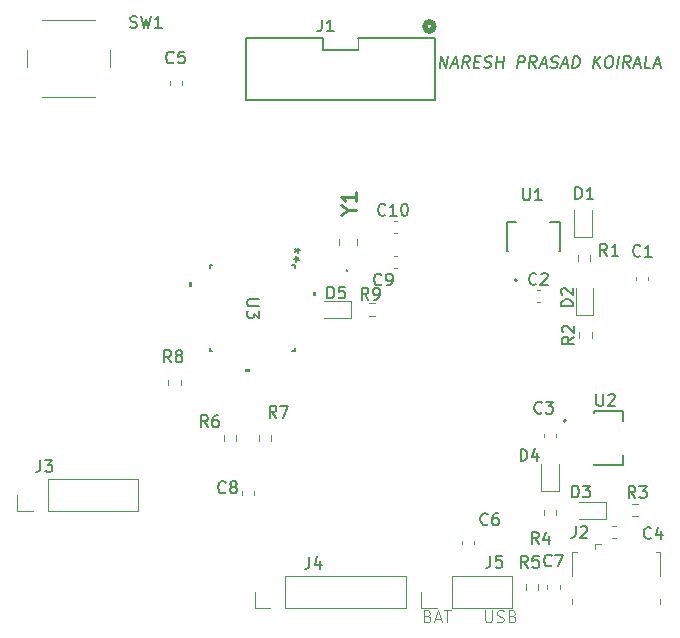
<source format=gbr>
%TF.GenerationSoftware,KiCad,Pcbnew,9.0.0*%
%TF.CreationDate,2025-03-21T22:40:37-06:00*%
%TF.ProjectId,pcb_desgin,7063625f-6465-4736-9769-6e2e6b696361,rev?*%
%TF.SameCoordinates,Original*%
%TF.FileFunction,Legend,Top*%
%TF.FilePolarity,Positive*%
%FSLAX46Y46*%
G04 Gerber Fmt 4.6, Leading zero omitted, Abs format (unit mm)*
G04 Created by KiCad (PCBNEW 9.0.0) date 2025-03-21 22:40:37*
%MOMM*%
%LPD*%
G01*
G04 APERTURE LIST*
%ADD10C,0.100000*%
%ADD11C,0.200000*%
%ADD12C,0.150000*%
%ADD13C,0.254000*%
%ADD14C,0.127000*%
%ADD15C,0.120000*%
%ADD16C,0.152400*%
%ADD17C,0.000000*%
%ADD18C,0.508000*%
G04 APERTURE END LIST*
D10*
X132703884Y-84272419D02*
X132703884Y-85081942D01*
X132703884Y-85081942D02*
X132751503Y-85177180D01*
X132751503Y-85177180D02*
X132799122Y-85224800D01*
X132799122Y-85224800D02*
X132894360Y-85272419D01*
X132894360Y-85272419D02*
X133084836Y-85272419D01*
X133084836Y-85272419D02*
X133180074Y-85224800D01*
X133180074Y-85224800D02*
X133227693Y-85177180D01*
X133227693Y-85177180D02*
X133275312Y-85081942D01*
X133275312Y-85081942D02*
X133275312Y-84272419D01*
X133703884Y-85224800D02*
X133846741Y-85272419D01*
X133846741Y-85272419D02*
X134084836Y-85272419D01*
X134084836Y-85272419D02*
X134180074Y-85224800D01*
X134180074Y-85224800D02*
X134227693Y-85177180D01*
X134227693Y-85177180D02*
X134275312Y-85081942D01*
X134275312Y-85081942D02*
X134275312Y-84986704D01*
X134275312Y-84986704D02*
X134227693Y-84891466D01*
X134227693Y-84891466D02*
X134180074Y-84843847D01*
X134180074Y-84843847D02*
X134084836Y-84796228D01*
X134084836Y-84796228D02*
X133894360Y-84748609D01*
X133894360Y-84748609D02*
X133799122Y-84700990D01*
X133799122Y-84700990D02*
X133751503Y-84653371D01*
X133751503Y-84653371D02*
X133703884Y-84558133D01*
X133703884Y-84558133D02*
X133703884Y-84462895D01*
X133703884Y-84462895D02*
X133751503Y-84367657D01*
X133751503Y-84367657D02*
X133799122Y-84320038D01*
X133799122Y-84320038D02*
X133894360Y-84272419D01*
X133894360Y-84272419D02*
X134132455Y-84272419D01*
X134132455Y-84272419D02*
X134275312Y-84320038D01*
X135037217Y-84748609D02*
X135180074Y-84796228D01*
X135180074Y-84796228D02*
X135227693Y-84843847D01*
X135227693Y-84843847D02*
X135275312Y-84939085D01*
X135275312Y-84939085D02*
X135275312Y-85081942D01*
X135275312Y-85081942D02*
X135227693Y-85177180D01*
X135227693Y-85177180D02*
X135180074Y-85224800D01*
X135180074Y-85224800D02*
X135084836Y-85272419D01*
X135084836Y-85272419D02*
X134703884Y-85272419D01*
X134703884Y-85272419D02*
X134703884Y-84272419D01*
X134703884Y-84272419D02*
X135037217Y-84272419D01*
X135037217Y-84272419D02*
X135132455Y-84320038D01*
X135132455Y-84320038D02*
X135180074Y-84367657D01*
X135180074Y-84367657D02*
X135227693Y-84462895D01*
X135227693Y-84462895D02*
X135227693Y-84558133D01*
X135227693Y-84558133D02*
X135180074Y-84653371D01*
X135180074Y-84653371D02*
X135132455Y-84700990D01*
X135132455Y-84700990D02*
X135037217Y-84748609D01*
X135037217Y-84748609D02*
X134703884Y-84748609D01*
D11*
X128854720Y-38332219D02*
X128979720Y-37332219D01*
X128979720Y-37332219D02*
X129426149Y-38332219D01*
X129426149Y-38332219D02*
X129551149Y-37332219D01*
X129890435Y-38046504D02*
X130366625Y-38046504D01*
X129759482Y-38332219D02*
X130217816Y-37332219D01*
X130217816Y-37332219D02*
X130426149Y-38332219D01*
X131330911Y-38332219D02*
X131057101Y-37856028D01*
X130759482Y-38332219D02*
X130884482Y-37332219D01*
X130884482Y-37332219D02*
X131265435Y-37332219D01*
X131265435Y-37332219D02*
X131354720Y-37379838D01*
X131354720Y-37379838D02*
X131396387Y-37427457D01*
X131396387Y-37427457D02*
X131432101Y-37522695D01*
X131432101Y-37522695D02*
X131414244Y-37665552D01*
X131414244Y-37665552D02*
X131354720Y-37760790D01*
X131354720Y-37760790D02*
X131301149Y-37808409D01*
X131301149Y-37808409D02*
X131199959Y-37856028D01*
X131199959Y-37856028D02*
X130819006Y-37856028D01*
X131824959Y-37808409D02*
X132158292Y-37808409D01*
X132235673Y-38332219D02*
X131759482Y-38332219D01*
X131759482Y-38332219D02*
X131884482Y-37332219D01*
X131884482Y-37332219D02*
X132360673Y-37332219D01*
X132622578Y-38284600D02*
X132759482Y-38332219D01*
X132759482Y-38332219D02*
X132997578Y-38332219D01*
X132997578Y-38332219D02*
X133098768Y-38284600D01*
X133098768Y-38284600D02*
X133152340Y-38236980D01*
X133152340Y-38236980D02*
X133211863Y-38141742D01*
X133211863Y-38141742D02*
X133223768Y-38046504D01*
X133223768Y-38046504D02*
X133188054Y-37951266D01*
X133188054Y-37951266D02*
X133146387Y-37903647D01*
X133146387Y-37903647D02*
X133057102Y-37856028D01*
X133057102Y-37856028D02*
X132872578Y-37808409D01*
X132872578Y-37808409D02*
X132783292Y-37760790D01*
X132783292Y-37760790D02*
X132741625Y-37713171D01*
X132741625Y-37713171D02*
X132705911Y-37617933D01*
X132705911Y-37617933D02*
X132717816Y-37522695D01*
X132717816Y-37522695D02*
X132777340Y-37427457D01*
X132777340Y-37427457D02*
X132830911Y-37379838D01*
X132830911Y-37379838D02*
X132932102Y-37332219D01*
X132932102Y-37332219D02*
X133170197Y-37332219D01*
X133170197Y-37332219D02*
X133307102Y-37379838D01*
X133616625Y-38332219D02*
X133741625Y-37332219D01*
X133682102Y-37808409D02*
X134253530Y-37808409D01*
X134188054Y-38332219D02*
X134313054Y-37332219D01*
X135426149Y-38332219D02*
X135551149Y-37332219D01*
X135551149Y-37332219D02*
X135932102Y-37332219D01*
X135932102Y-37332219D02*
X136021387Y-37379838D01*
X136021387Y-37379838D02*
X136063054Y-37427457D01*
X136063054Y-37427457D02*
X136098768Y-37522695D01*
X136098768Y-37522695D02*
X136080911Y-37665552D01*
X136080911Y-37665552D02*
X136021387Y-37760790D01*
X136021387Y-37760790D02*
X135967816Y-37808409D01*
X135967816Y-37808409D02*
X135866626Y-37856028D01*
X135866626Y-37856028D02*
X135485673Y-37856028D01*
X136997578Y-38332219D02*
X136723768Y-37856028D01*
X136426149Y-38332219D02*
X136551149Y-37332219D01*
X136551149Y-37332219D02*
X136932102Y-37332219D01*
X136932102Y-37332219D02*
X137021387Y-37379838D01*
X137021387Y-37379838D02*
X137063054Y-37427457D01*
X137063054Y-37427457D02*
X137098768Y-37522695D01*
X137098768Y-37522695D02*
X137080911Y-37665552D01*
X137080911Y-37665552D02*
X137021387Y-37760790D01*
X137021387Y-37760790D02*
X136967816Y-37808409D01*
X136967816Y-37808409D02*
X136866626Y-37856028D01*
X136866626Y-37856028D02*
X136485673Y-37856028D01*
X137414245Y-38046504D02*
X137890435Y-38046504D01*
X137283292Y-38332219D02*
X137741626Y-37332219D01*
X137741626Y-37332219D02*
X137949959Y-38332219D01*
X138241626Y-38284600D02*
X138378530Y-38332219D01*
X138378530Y-38332219D02*
X138616626Y-38332219D01*
X138616626Y-38332219D02*
X138717816Y-38284600D01*
X138717816Y-38284600D02*
X138771388Y-38236980D01*
X138771388Y-38236980D02*
X138830911Y-38141742D01*
X138830911Y-38141742D02*
X138842816Y-38046504D01*
X138842816Y-38046504D02*
X138807102Y-37951266D01*
X138807102Y-37951266D02*
X138765435Y-37903647D01*
X138765435Y-37903647D02*
X138676150Y-37856028D01*
X138676150Y-37856028D02*
X138491626Y-37808409D01*
X138491626Y-37808409D02*
X138402340Y-37760790D01*
X138402340Y-37760790D02*
X138360673Y-37713171D01*
X138360673Y-37713171D02*
X138324959Y-37617933D01*
X138324959Y-37617933D02*
X138336864Y-37522695D01*
X138336864Y-37522695D02*
X138396388Y-37427457D01*
X138396388Y-37427457D02*
X138449959Y-37379838D01*
X138449959Y-37379838D02*
X138551150Y-37332219D01*
X138551150Y-37332219D02*
X138789245Y-37332219D01*
X138789245Y-37332219D02*
X138926150Y-37379838D01*
X139223769Y-38046504D02*
X139699959Y-38046504D01*
X139092816Y-38332219D02*
X139551150Y-37332219D01*
X139551150Y-37332219D02*
X139759483Y-38332219D01*
X140092816Y-38332219D02*
X140217816Y-37332219D01*
X140217816Y-37332219D02*
X140455912Y-37332219D01*
X140455912Y-37332219D02*
X140592816Y-37379838D01*
X140592816Y-37379838D02*
X140676150Y-37475076D01*
X140676150Y-37475076D02*
X140711864Y-37570314D01*
X140711864Y-37570314D02*
X140735674Y-37760790D01*
X140735674Y-37760790D02*
X140717816Y-37903647D01*
X140717816Y-37903647D02*
X140646388Y-38094123D01*
X140646388Y-38094123D02*
X140586864Y-38189361D01*
X140586864Y-38189361D02*
X140479721Y-38284600D01*
X140479721Y-38284600D02*
X140330912Y-38332219D01*
X140330912Y-38332219D02*
X140092816Y-38332219D01*
X141854721Y-38332219D02*
X141979721Y-37332219D01*
X142426150Y-38332219D02*
X142069007Y-37760790D01*
X142551150Y-37332219D02*
X141908293Y-37903647D01*
X143170198Y-37332219D02*
X143360674Y-37332219D01*
X143360674Y-37332219D02*
X143449959Y-37379838D01*
X143449959Y-37379838D02*
X143533293Y-37475076D01*
X143533293Y-37475076D02*
X143557102Y-37665552D01*
X143557102Y-37665552D02*
X143515436Y-37998885D01*
X143515436Y-37998885D02*
X143444007Y-38189361D01*
X143444007Y-38189361D02*
X143336864Y-38284600D01*
X143336864Y-38284600D02*
X143235674Y-38332219D01*
X143235674Y-38332219D02*
X143045198Y-38332219D01*
X143045198Y-38332219D02*
X142955912Y-38284600D01*
X142955912Y-38284600D02*
X142872579Y-38189361D01*
X142872579Y-38189361D02*
X142848769Y-37998885D01*
X142848769Y-37998885D02*
X142890436Y-37665552D01*
X142890436Y-37665552D02*
X142961864Y-37475076D01*
X142961864Y-37475076D02*
X143069007Y-37379838D01*
X143069007Y-37379838D02*
X143170198Y-37332219D01*
X143902340Y-38332219D02*
X144027340Y-37332219D01*
X144949959Y-38332219D02*
X144676149Y-37856028D01*
X144378530Y-38332219D02*
X144503530Y-37332219D01*
X144503530Y-37332219D02*
X144884483Y-37332219D01*
X144884483Y-37332219D02*
X144973768Y-37379838D01*
X144973768Y-37379838D02*
X145015435Y-37427457D01*
X145015435Y-37427457D02*
X145051149Y-37522695D01*
X145051149Y-37522695D02*
X145033292Y-37665552D01*
X145033292Y-37665552D02*
X144973768Y-37760790D01*
X144973768Y-37760790D02*
X144920197Y-37808409D01*
X144920197Y-37808409D02*
X144819007Y-37856028D01*
X144819007Y-37856028D02*
X144438054Y-37856028D01*
X145366626Y-38046504D02*
X145842816Y-38046504D01*
X145235673Y-38332219D02*
X145694007Y-37332219D01*
X145694007Y-37332219D02*
X145902340Y-38332219D01*
X146711864Y-38332219D02*
X146235673Y-38332219D01*
X146235673Y-38332219D02*
X146360673Y-37332219D01*
X147033293Y-38046504D02*
X147509483Y-38046504D01*
X146902340Y-38332219D02*
X147360674Y-37332219D01*
X147360674Y-37332219D02*
X147569007Y-38332219D01*
D10*
X127837217Y-84748609D02*
X127980074Y-84796228D01*
X127980074Y-84796228D02*
X128027693Y-84843847D01*
X128027693Y-84843847D02*
X128075312Y-84939085D01*
X128075312Y-84939085D02*
X128075312Y-85081942D01*
X128075312Y-85081942D02*
X128027693Y-85177180D01*
X128027693Y-85177180D02*
X127980074Y-85224800D01*
X127980074Y-85224800D02*
X127884836Y-85272419D01*
X127884836Y-85272419D02*
X127503884Y-85272419D01*
X127503884Y-85272419D02*
X127503884Y-84272419D01*
X127503884Y-84272419D02*
X127837217Y-84272419D01*
X127837217Y-84272419D02*
X127932455Y-84320038D01*
X127932455Y-84320038D02*
X127980074Y-84367657D01*
X127980074Y-84367657D02*
X128027693Y-84462895D01*
X128027693Y-84462895D02*
X128027693Y-84558133D01*
X128027693Y-84558133D02*
X127980074Y-84653371D01*
X127980074Y-84653371D02*
X127932455Y-84700990D01*
X127932455Y-84700990D02*
X127837217Y-84748609D01*
X127837217Y-84748609D02*
X127503884Y-84748609D01*
X128456265Y-84986704D02*
X128932455Y-84986704D01*
X128361027Y-85272419D02*
X128694360Y-84272419D01*
X128694360Y-84272419D02*
X129027693Y-85272419D01*
X129218170Y-84272419D02*
X129789598Y-84272419D01*
X129503884Y-85272419D02*
X129503884Y-84272419D01*
D12*
X142138095Y-65954819D02*
X142138095Y-66764342D01*
X142138095Y-66764342D02*
X142185714Y-66859580D01*
X142185714Y-66859580D02*
X142233333Y-66907200D01*
X142233333Y-66907200D02*
X142328571Y-66954819D01*
X142328571Y-66954819D02*
X142519047Y-66954819D01*
X142519047Y-66954819D02*
X142614285Y-66907200D01*
X142614285Y-66907200D02*
X142661904Y-66859580D01*
X142661904Y-66859580D02*
X142709523Y-66764342D01*
X142709523Y-66764342D02*
X142709523Y-65954819D01*
X143138095Y-66050057D02*
X143185714Y-66002438D01*
X143185714Y-66002438D02*
X143280952Y-65954819D01*
X143280952Y-65954819D02*
X143519047Y-65954819D01*
X143519047Y-65954819D02*
X143614285Y-66002438D01*
X143614285Y-66002438D02*
X143661904Y-66050057D01*
X143661904Y-66050057D02*
X143709523Y-66145295D01*
X143709523Y-66145295D02*
X143709523Y-66240533D01*
X143709523Y-66240533D02*
X143661904Y-66383390D01*
X143661904Y-66383390D02*
X143090476Y-66954819D01*
X143090476Y-66954819D02*
X143709523Y-66954819D01*
D13*
X121144556Y-50379761D02*
X121749318Y-50379761D01*
X120479318Y-50803094D02*
X121144556Y-50379761D01*
X121144556Y-50379761D02*
X120479318Y-49956427D01*
X121749318Y-48867856D02*
X121749318Y-49593571D01*
X121749318Y-49230714D02*
X120479318Y-49230714D01*
X120479318Y-49230714D02*
X120660746Y-49351666D01*
X120660746Y-49351666D02*
X120781699Y-49472618D01*
X120781699Y-49472618D02*
X120842175Y-49593571D01*
D12*
X106133333Y-63254819D02*
X105800000Y-62778628D01*
X105561905Y-63254819D02*
X105561905Y-62254819D01*
X105561905Y-62254819D02*
X105942857Y-62254819D01*
X105942857Y-62254819D02*
X106038095Y-62302438D01*
X106038095Y-62302438D02*
X106085714Y-62350057D01*
X106085714Y-62350057D02*
X106133333Y-62445295D01*
X106133333Y-62445295D02*
X106133333Y-62588152D01*
X106133333Y-62588152D02*
X106085714Y-62683390D01*
X106085714Y-62683390D02*
X106038095Y-62731009D01*
X106038095Y-62731009D02*
X105942857Y-62778628D01*
X105942857Y-62778628D02*
X105561905Y-62778628D01*
X106704762Y-62683390D02*
X106609524Y-62635771D01*
X106609524Y-62635771D02*
X106561905Y-62588152D01*
X106561905Y-62588152D02*
X106514286Y-62492914D01*
X106514286Y-62492914D02*
X106514286Y-62445295D01*
X106514286Y-62445295D02*
X106561905Y-62350057D01*
X106561905Y-62350057D02*
X106609524Y-62302438D01*
X106609524Y-62302438D02*
X106704762Y-62254819D01*
X106704762Y-62254819D02*
X106895238Y-62254819D01*
X106895238Y-62254819D02*
X106990476Y-62302438D01*
X106990476Y-62302438D02*
X107038095Y-62350057D01*
X107038095Y-62350057D02*
X107085714Y-62445295D01*
X107085714Y-62445295D02*
X107085714Y-62492914D01*
X107085714Y-62492914D02*
X107038095Y-62588152D01*
X107038095Y-62588152D02*
X106990476Y-62635771D01*
X106990476Y-62635771D02*
X106895238Y-62683390D01*
X106895238Y-62683390D02*
X106704762Y-62683390D01*
X106704762Y-62683390D02*
X106609524Y-62731009D01*
X106609524Y-62731009D02*
X106561905Y-62778628D01*
X106561905Y-62778628D02*
X106514286Y-62873866D01*
X106514286Y-62873866D02*
X106514286Y-63064342D01*
X106514286Y-63064342D02*
X106561905Y-63159580D01*
X106561905Y-63159580D02*
X106609524Y-63207200D01*
X106609524Y-63207200D02*
X106704762Y-63254819D01*
X106704762Y-63254819D02*
X106895238Y-63254819D01*
X106895238Y-63254819D02*
X106990476Y-63207200D01*
X106990476Y-63207200D02*
X107038095Y-63159580D01*
X107038095Y-63159580D02*
X107085714Y-63064342D01*
X107085714Y-63064342D02*
X107085714Y-62873866D01*
X107085714Y-62873866D02*
X107038095Y-62778628D01*
X107038095Y-62778628D02*
X106990476Y-62731009D01*
X106990476Y-62731009D02*
X106895238Y-62683390D01*
X102666667Y-34907200D02*
X102809524Y-34954819D01*
X102809524Y-34954819D02*
X103047619Y-34954819D01*
X103047619Y-34954819D02*
X103142857Y-34907200D01*
X103142857Y-34907200D02*
X103190476Y-34859580D01*
X103190476Y-34859580D02*
X103238095Y-34764342D01*
X103238095Y-34764342D02*
X103238095Y-34669104D01*
X103238095Y-34669104D02*
X103190476Y-34573866D01*
X103190476Y-34573866D02*
X103142857Y-34526247D01*
X103142857Y-34526247D02*
X103047619Y-34478628D01*
X103047619Y-34478628D02*
X102857143Y-34431009D01*
X102857143Y-34431009D02*
X102761905Y-34383390D01*
X102761905Y-34383390D02*
X102714286Y-34335771D01*
X102714286Y-34335771D02*
X102666667Y-34240533D01*
X102666667Y-34240533D02*
X102666667Y-34145295D01*
X102666667Y-34145295D02*
X102714286Y-34050057D01*
X102714286Y-34050057D02*
X102761905Y-34002438D01*
X102761905Y-34002438D02*
X102857143Y-33954819D01*
X102857143Y-33954819D02*
X103095238Y-33954819D01*
X103095238Y-33954819D02*
X103238095Y-34002438D01*
X103571429Y-33954819D02*
X103809524Y-34954819D01*
X103809524Y-34954819D02*
X104000000Y-34240533D01*
X104000000Y-34240533D02*
X104190476Y-34954819D01*
X104190476Y-34954819D02*
X104428572Y-33954819D01*
X105333333Y-34954819D02*
X104761905Y-34954819D01*
X105047619Y-34954819D02*
X105047619Y-33954819D01*
X105047619Y-33954819D02*
X104952381Y-34097676D01*
X104952381Y-34097676D02*
X104857143Y-34192914D01*
X104857143Y-34192914D02*
X104761905Y-34240533D01*
X106333333Y-37859580D02*
X106285714Y-37907200D01*
X106285714Y-37907200D02*
X106142857Y-37954819D01*
X106142857Y-37954819D02*
X106047619Y-37954819D01*
X106047619Y-37954819D02*
X105904762Y-37907200D01*
X105904762Y-37907200D02*
X105809524Y-37811961D01*
X105809524Y-37811961D02*
X105761905Y-37716723D01*
X105761905Y-37716723D02*
X105714286Y-37526247D01*
X105714286Y-37526247D02*
X105714286Y-37383390D01*
X105714286Y-37383390D02*
X105761905Y-37192914D01*
X105761905Y-37192914D02*
X105809524Y-37097676D01*
X105809524Y-37097676D02*
X105904762Y-37002438D01*
X105904762Y-37002438D02*
X106047619Y-36954819D01*
X106047619Y-36954819D02*
X106142857Y-36954819D01*
X106142857Y-36954819D02*
X106285714Y-37002438D01*
X106285714Y-37002438D02*
X106333333Y-37050057D01*
X107238095Y-36954819D02*
X106761905Y-36954819D01*
X106761905Y-36954819D02*
X106714286Y-37431009D01*
X106714286Y-37431009D02*
X106761905Y-37383390D01*
X106761905Y-37383390D02*
X106857143Y-37335771D01*
X106857143Y-37335771D02*
X107095238Y-37335771D01*
X107095238Y-37335771D02*
X107190476Y-37383390D01*
X107190476Y-37383390D02*
X107238095Y-37431009D01*
X107238095Y-37431009D02*
X107285714Y-37526247D01*
X107285714Y-37526247D02*
X107285714Y-37764342D01*
X107285714Y-37764342D02*
X107238095Y-37859580D01*
X107238095Y-37859580D02*
X107190476Y-37907200D01*
X107190476Y-37907200D02*
X107095238Y-37954819D01*
X107095238Y-37954819D02*
X106857143Y-37954819D01*
X106857143Y-37954819D02*
X106761905Y-37907200D01*
X106761905Y-37907200D02*
X106714286Y-37859580D01*
X140361905Y-49442319D02*
X140361905Y-48442319D01*
X140361905Y-48442319D02*
X140600000Y-48442319D01*
X140600000Y-48442319D02*
X140742857Y-48489938D01*
X140742857Y-48489938D02*
X140838095Y-48585176D01*
X140838095Y-48585176D02*
X140885714Y-48680414D01*
X140885714Y-48680414D02*
X140933333Y-48870890D01*
X140933333Y-48870890D02*
X140933333Y-49013747D01*
X140933333Y-49013747D02*
X140885714Y-49204223D01*
X140885714Y-49204223D02*
X140838095Y-49299461D01*
X140838095Y-49299461D02*
X140742857Y-49394700D01*
X140742857Y-49394700D02*
X140600000Y-49442319D01*
X140600000Y-49442319D02*
X140361905Y-49442319D01*
X141885714Y-49442319D02*
X141314286Y-49442319D01*
X141600000Y-49442319D02*
X141600000Y-48442319D01*
X141600000Y-48442319D02*
X141504762Y-48585176D01*
X141504762Y-48585176D02*
X141409524Y-48680414D01*
X141409524Y-48680414D02*
X141314286Y-48728033D01*
X132933333Y-76959580D02*
X132885714Y-77007200D01*
X132885714Y-77007200D02*
X132742857Y-77054819D01*
X132742857Y-77054819D02*
X132647619Y-77054819D01*
X132647619Y-77054819D02*
X132504762Y-77007200D01*
X132504762Y-77007200D02*
X132409524Y-76911961D01*
X132409524Y-76911961D02*
X132361905Y-76816723D01*
X132361905Y-76816723D02*
X132314286Y-76626247D01*
X132314286Y-76626247D02*
X132314286Y-76483390D01*
X132314286Y-76483390D02*
X132361905Y-76292914D01*
X132361905Y-76292914D02*
X132409524Y-76197676D01*
X132409524Y-76197676D02*
X132504762Y-76102438D01*
X132504762Y-76102438D02*
X132647619Y-76054819D01*
X132647619Y-76054819D02*
X132742857Y-76054819D01*
X132742857Y-76054819D02*
X132885714Y-76102438D01*
X132885714Y-76102438D02*
X132933333Y-76150057D01*
X133790476Y-76054819D02*
X133600000Y-76054819D01*
X133600000Y-76054819D02*
X133504762Y-76102438D01*
X133504762Y-76102438D02*
X133457143Y-76150057D01*
X133457143Y-76150057D02*
X133361905Y-76292914D01*
X133361905Y-76292914D02*
X133314286Y-76483390D01*
X133314286Y-76483390D02*
X133314286Y-76864342D01*
X133314286Y-76864342D02*
X133361905Y-76959580D01*
X133361905Y-76959580D02*
X133409524Y-77007200D01*
X133409524Y-77007200D02*
X133504762Y-77054819D01*
X133504762Y-77054819D02*
X133695238Y-77054819D01*
X133695238Y-77054819D02*
X133790476Y-77007200D01*
X133790476Y-77007200D02*
X133838095Y-76959580D01*
X133838095Y-76959580D02*
X133885714Y-76864342D01*
X133885714Y-76864342D02*
X133885714Y-76626247D01*
X133885714Y-76626247D02*
X133838095Y-76531009D01*
X133838095Y-76531009D02*
X133790476Y-76483390D01*
X133790476Y-76483390D02*
X133695238Y-76435771D01*
X133695238Y-76435771D02*
X133504762Y-76435771D01*
X133504762Y-76435771D02*
X133409524Y-76483390D01*
X133409524Y-76483390D02*
X133361905Y-76531009D01*
X133361905Y-76531009D02*
X133314286Y-76626247D01*
X117841666Y-79729819D02*
X117841666Y-80444104D01*
X117841666Y-80444104D02*
X117794047Y-80586961D01*
X117794047Y-80586961D02*
X117698809Y-80682200D01*
X117698809Y-80682200D02*
X117555952Y-80729819D01*
X117555952Y-80729819D02*
X117460714Y-80729819D01*
X118746428Y-80063152D02*
X118746428Y-80729819D01*
X118508333Y-79682200D02*
X118270238Y-80396485D01*
X118270238Y-80396485D02*
X118889285Y-80396485D01*
X143033333Y-54242319D02*
X142700000Y-53766128D01*
X142461905Y-54242319D02*
X142461905Y-53242319D01*
X142461905Y-53242319D02*
X142842857Y-53242319D01*
X142842857Y-53242319D02*
X142938095Y-53289938D01*
X142938095Y-53289938D02*
X142985714Y-53337557D01*
X142985714Y-53337557D02*
X143033333Y-53432795D01*
X143033333Y-53432795D02*
X143033333Y-53575652D01*
X143033333Y-53575652D02*
X142985714Y-53670890D01*
X142985714Y-53670890D02*
X142938095Y-53718509D01*
X142938095Y-53718509D02*
X142842857Y-53766128D01*
X142842857Y-53766128D02*
X142461905Y-53766128D01*
X143985714Y-54242319D02*
X143414286Y-54242319D01*
X143700000Y-54242319D02*
X143700000Y-53242319D01*
X143700000Y-53242319D02*
X143604762Y-53385176D01*
X143604762Y-53385176D02*
X143509524Y-53480414D01*
X143509524Y-53480414D02*
X143414286Y-53528033D01*
X137508333Y-67509580D02*
X137460714Y-67557200D01*
X137460714Y-67557200D02*
X137317857Y-67604819D01*
X137317857Y-67604819D02*
X137222619Y-67604819D01*
X137222619Y-67604819D02*
X137079762Y-67557200D01*
X137079762Y-67557200D02*
X136984524Y-67461961D01*
X136984524Y-67461961D02*
X136936905Y-67366723D01*
X136936905Y-67366723D02*
X136889286Y-67176247D01*
X136889286Y-67176247D02*
X136889286Y-67033390D01*
X136889286Y-67033390D02*
X136936905Y-66842914D01*
X136936905Y-66842914D02*
X136984524Y-66747676D01*
X136984524Y-66747676D02*
X137079762Y-66652438D01*
X137079762Y-66652438D02*
X137222619Y-66604819D01*
X137222619Y-66604819D02*
X137317857Y-66604819D01*
X137317857Y-66604819D02*
X137460714Y-66652438D01*
X137460714Y-66652438D02*
X137508333Y-66700057D01*
X137841667Y-66604819D02*
X138460714Y-66604819D01*
X138460714Y-66604819D02*
X138127381Y-66985771D01*
X138127381Y-66985771D02*
X138270238Y-66985771D01*
X138270238Y-66985771D02*
X138365476Y-67033390D01*
X138365476Y-67033390D02*
X138413095Y-67081009D01*
X138413095Y-67081009D02*
X138460714Y-67176247D01*
X138460714Y-67176247D02*
X138460714Y-67414342D01*
X138460714Y-67414342D02*
X138413095Y-67509580D01*
X138413095Y-67509580D02*
X138365476Y-67557200D01*
X138365476Y-67557200D02*
X138270238Y-67604819D01*
X138270238Y-67604819D02*
X137984524Y-67604819D01*
X137984524Y-67604819D02*
X137889286Y-67557200D01*
X137889286Y-67557200D02*
X137841667Y-67509580D01*
X95066666Y-71554819D02*
X95066666Y-72269104D01*
X95066666Y-72269104D02*
X95019047Y-72411961D01*
X95019047Y-72411961D02*
X94923809Y-72507200D01*
X94923809Y-72507200D02*
X94780952Y-72554819D01*
X94780952Y-72554819D02*
X94685714Y-72554819D01*
X95447619Y-71554819D02*
X96066666Y-71554819D01*
X96066666Y-71554819D02*
X95733333Y-71935771D01*
X95733333Y-71935771D02*
X95876190Y-71935771D01*
X95876190Y-71935771D02*
X95971428Y-71983390D01*
X95971428Y-71983390D02*
X96019047Y-72031009D01*
X96019047Y-72031009D02*
X96066666Y-72126247D01*
X96066666Y-72126247D02*
X96066666Y-72364342D01*
X96066666Y-72364342D02*
X96019047Y-72459580D01*
X96019047Y-72459580D02*
X95971428Y-72507200D01*
X95971428Y-72507200D02*
X95876190Y-72554819D01*
X95876190Y-72554819D02*
X95590476Y-72554819D01*
X95590476Y-72554819D02*
X95495238Y-72507200D01*
X95495238Y-72507200D02*
X95447619Y-72459580D01*
X122833333Y-57954819D02*
X122500000Y-57478628D01*
X122261905Y-57954819D02*
X122261905Y-56954819D01*
X122261905Y-56954819D02*
X122642857Y-56954819D01*
X122642857Y-56954819D02*
X122738095Y-57002438D01*
X122738095Y-57002438D02*
X122785714Y-57050057D01*
X122785714Y-57050057D02*
X122833333Y-57145295D01*
X122833333Y-57145295D02*
X122833333Y-57288152D01*
X122833333Y-57288152D02*
X122785714Y-57383390D01*
X122785714Y-57383390D02*
X122738095Y-57431009D01*
X122738095Y-57431009D02*
X122642857Y-57478628D01*
X122642857Y-57478628D02*
X122261905Y-57478628D01*
X123309524Y-57954819D02*
X123500000Y-57954819D01*
X123500000Y-57954819D02*
X123595238Y-57907200D01*
X123595238Y-57907200D02*
X123642857Y-57859580D01*
X123642857Y-57859580D02*
X123738095Y-57716723D01*
X123738095Y-57716723D02*
X123785714Y-57526247D01*
X123785714Y-57526247D02*
X123785714Y-57145295D01*
X123785714Y-57145295D02*
X123738095Y-57050057D01*
X123738095Y-57050057D02*
X123690476Y-57002438D01*
X123690476Y-57002438D02*
X123595238Y-56954819D01*
X123595238Y-56954819D02*
X123404762Y-56954819D01*
X123404762Y-56954819D02*
X123309524Y-57002438D01*
X123309524Y-57002438D02*
X123261905Y-57050057D01*
X123261905Y-57050057D02*
X123214286Y-57145295D01*
X123214286Y-57145295D02*
X123214286Y-57383390D01*
X123214286Y-57383390D02*
X123261905Y-57478628D01*
X123261905Y-57478628D02*
X123309524Y-57526247D01*
X123309524Y-57526247D02*
X123404762Y-57573866D01*
X123404762Y-57573866D02*
X123595238Y-57573866D01*
X123595238Y-57573866D02*
X123690476Y-57526247D01*
X123690476Y-57526247D02*
X123738095Y-57478628D01*
X123738095Y-57478628D02*
X123785714Y-57383390D01*
X109233333Y-68754819D02*
X108900000Y-68278628D01*
X108661905Y-68754819D02*
X108661905Y-67754819D01*
X108661905Y-67754819D02*
X109042857Y-67754819D01*
X109042857Y-67754819D02*
X109138095Y-67802438D01*
X109138095Y-67802438D02*
X109185714Y-67850057D01*
X109185714Y-67850057D02*
X109233333Y-67945295D01*
X109233333Y-67945295D02*
X109233333Y-68088152D01*
X109233333Y-68088152D02*
X109185714Y-68183390D01*
X109185714Y-68183390D02*
X109138095Y-68231009D01*
X109138095Y-68231009D02*
X109042857Y-68278628D01*
X109042857Y-68278628D02*
X108661905Y-68278628D01*
X110090476Y-67754819D02*
X109900000Y-67754819D01*
X109900000Y-67754819D02*
X109804762Y-67802438D01*
X109804762Y-67802438D02*
X109757143Y-67850057D01*
X109757143Y-67850057D02*
X109661905Y-67992914D01*
X109661905Y-67992914D02*
X109614286Y-68183390D01*
X109614286Y-68183390D02*
X109614286Y-68564342D01*
X109614286Y-68564342D02*
X109661905Y-68659580D01*
X109661905Y-68659580D02*
X109709524Y-68707200D01*
X109709524Y-68707200D02*
X109804762Y-68754819D01*
X109804762Y-68754819D02*
X109995238Y-68754819D01*
X109995238Y-68754819D02*
X110090476Y-68707200D01*
X110090476Y-68707200D02*
X110138095Y-68659580D01*
X110138095Y-68659580D02*
X110185714Y-68564342D01*
X110185714Y-68564342D02*
X110185714Y-68326247D01*
X110185714Y-68326247D02*
X110138095Y-68231009D01*
X110138095Y-68231009D02*
X110090476Y-68183390D01*
X110090476Y-68183390D02*
X109995238Y-68135771D01*
X109995238Y-68135771D02*
X109804762Y-68135771D01*
X109804762Y-68135771D02*
X109709524Y-68183390D01*
X109709524Y-68183390D02*
X109661905Y-68231009D01*
X109661905Y-68231009D02*
X109614286Y-68326247D01*
X146758333Y-78134580D02*
X146710714Y-78182200D01*
X146710714Y-78182200D02*
X146567857Y-78229819D01*
X146567857Y-78229819D02*
X146472619Y-78229819D01*
X146472619Y-78229819D02*
X146329762Y-78182200D01*
X146329762Y-78182200D02*
X146234524Y-78086961D01*
X146234524Y-78086961D02*
X146186905Y-77991723D01*
X146186905Y-77991723D02*
X146139286Y-77801247D01*
X146139286Y-77801247D02*
X146139286Y-77658390D01*
X146139286Y-77658390D02*
X146186905Y-77467914D01*
X146186905Y-77467914D02*
X146234524Y-77372676D01*
X146234524Y-77372676D02*
X146329762Y-77277438D01*
X146329762Y-77277438D02*
X146472619Y-77229819D01*
X146472619Y-77229819D02*
X146567857Y-77229819D01*
X146567857Y-77229819D02*
X146710714Y-77277438D01*
X146710714Y-77277438D02*
X146758333Y-77325057D01*
X147615476Y-77563152D02*
X147615476Y-78229819D01*
X147377381Y-77182200D02*
X147139286Y-77896485D01*
X147139286Y-77896485D02*
X147758333Y-77896485D01*
X113559980Y-57938094D02*
X112750457Y-57938094D01*
X112750457Y-57938094D02*
X112655219Y-57985713D01*
X112655219Y-57985713D02*
X112607600Y-58033332D01*
X112607600Y-58033332D02*
X112559980Y-58128570D01*
X112559980Y-58128570D02*
X112559980Y-58319046D01*
X112559980Y-58319046D02*
X112607600Y-58414284D01*
X112607600Y-58414284D02*
X112655219Y-58461903D01*
X112655219Y-58461903D02*
X112750457Y-58509522D01*
X112750457Y-58509522D02*
X113559980Y-58509522D01*
X113559980Y-58890475D02*
X113559980Y-59509522D01*
X113559980Y-59509522D02*
X113179028Y-59176189D01*
X113179028Y-59176189D02*
X113179028Y-59319046D01*
X113179028Y-59319046D02*
X113131409Y-59414284D01*
X113131409Y-59414284D02*
X113083790Y-59461903D01*
X113083790Y-59461903D02*
X112988552Y-59509522D01*
X112988552Y-59509522D02*
X112750457Y-59509522D01*
X112750457Y-59509522D02*
X112655219Y-59461903D01*
X112655219Y-59461903D02*
X112607600Y-59414284D01*
X112607600Y-59414284D02*
X112559980Y-59319046D01*
X112559980Y-59319046D02*
X112559980Y-59033332D01*
X112559980Y-59033332D02*
X112607600Y-58938094D01*
X112607600Y-58938094D02*
X112655219Y-58890475D01*
X117045180Y-53800000D02*
X116807085Y-53800000D01*
X116902323Y-53561905D02*
X116807085Y-53800000D01*
X116807085Y-53800000D02*
X116902323Y-54038095D01*
X116616609Y-53657143D02*
X116807085Y-53800000D01*
X116807085Y-53800000D02*
X116616609Y-53942857D01*
X116554819Y-54499999D02*
X116792914Y-54499999D01*
X116697676Y-54738094D02*
X116792914Y-54499999D01*
X116792914Y-54499999D02*
X116697676Y-54261904D01*
X116983390Y-54642856D02*
X116792914Y-54499999D01*
X116792914Y-54499999D02*
X116983390Y-54357142D01*
X137233333Y-78654819D02*
X136900000Y-78178628D01*
X136661905Y-78654819D02*
X136661905Y-77654819D01*
X136661905Y-77654819D02*
X137042857Y-77654819D01*
X137042857Y-77654819D02*
X137138095Y-77702438D01*
X137138095Y-77702438D02*
X137185714Y-77750057D01*
X137185714Y-77750057D02*
X137233333Y-77845295D01*
X137233333Y-77845295D02*
X137233333Y-77988152D01*
X137233333Y-77988152D02*
X137185714Y-78083390D01*
X137185714Y-78083390D02*
X137138095Y-78131009D01*
X137138095Y-78131009D02*
X137042857Y-78178628D01*
X137042857Y-78178628D02*
X136661905Y-78178628D01*
X138090476Y-77988152D02*
X138090476Y-78654819D01*
X137852381Y-77607200D02*
X137614286Y-78321485D01*
X137614286Y-78321485D02*
X138233333Y-78321485D01*
X145433333Y-74754819D02*
X145100000Y-74278628D01*
X144861905Y-74754819D02*
X144861905Y-73754819D01*
X144861905Y-73754819D02*
X145242857Y-73754819D01*
X145242857Y-73754819D02*
X145338095Y-73802438D01*
X145338095Y-73802438D02*
X145385714Y-73850057D01*
X145385714Y-73850057D02*
X145433333Y-73945295D01*
X145433333Y-73945295D02*
X145433333Y-74088152D01*
X145433333Y-74088152D02*
X145385714Y-74183390D01*
X145385714Y-74183390D02*
X145338095Y-74231009D01*
X145338095Y-74231009D02*
X145242857Y-74278628D01*
X145242857Y-74278628D02*
X144861905Y-74278628D01*
X145766667Y-73754819D02*
X146385714Y-73754819D01*
X146385714Y-73754819D02*
X146052381Y-74135771D01*
X146052381Y-74135771D02*
X146195238Y-74135771D01*
X146195238Y-74135771D02*
X146290476Y-74183390D01*
X146290476Y-74183390D02*
X146338095Y-74231009D01*
X146338095Y-74231009D02*
X146385714Y-74326247D01*
X146385714Y-74326247D02*
X146385714Y-74564342D01*
X146385714Y-74564342D02*
X146338095Y-74659580D01*
X146338095Y-74659580D02*
X146290476Y-74707200D01*
X146290476Y-74707200D02*
X146195238Y-74754819D01*
X146195238Y-74754819D02*
X145909524Y-74754819D01*
X145909524Y-74754819D02*
X145814286Y-74707200D01*
X145814286Y-74707200D02*
X145766667Y-74659580D01*
X115033333Y-67954819D02*
X114700000Y-67478628D01*
X114461905Y-67954819D02*
X114461905Y-66954819D01*
X114461905Y-66954819D02*
X114842857Y-66954819D01*
X114842857Y-66954819D02*
X114938095Y-67002438D01*
X114938095Y-67002438D02*
X114985714Y-67050057D01*
X114985714Y-67050057D02*
X115033333Y-67145295D01*
X115033333Y-67145295D02*
X115033333Y-67288152D01*
X115033333Y-67288152D02*
X114985714Y-67383390D01*
X114985714Y-67383390D02*
X114938095Y-67431009D01*
X114938095Y-67431009D02*
X114842857Y-67478628D01*
X114842857Y-67478628D02*
X114461905Y-67478628D01*
X115366667Y-66954819D02*
X116033333Y-66954819D01*
X116033333Y-66954819D02*
X115604762Y-67954819D01*
X140086905Y-74704819D02*
X140086905Y-73704819D01*
X140086905Y-73704819D02*
X140325000Y-73704819D01*
X140325000Y-73704819D02*
X140467857Y-73752438D01*
X140467857Y-73752438D02*
X140563095Y-73847676D01*
X140563095Y-73847676D02*
X140610714Y-73942914D01*
X140610714Y-73942914D02*
X140658333Y-74133390D01*
X140658333Y-74133390D02*
X140658333Y-74276247D01*
X140658333Y-74276247D02*
X140610714Y-74466723D01*
X140610714Y-74466723D02*
X140563095Y-74561961D01*
X140563095Y-74561961D02*
X140467857Y-74657200D01*
X140467857Y-74657200D02*
X140325000Y-74704819D01*
X140325000Y-74704819D02*
X140086905Y-74704819D01*
X140991667Y-73704819D02*
X141610714Y-73704819D01*
X141610714Y-73704819D02*
X141277381Y-74085771D01*
X141277381Y-74085771D02*
X141420238Y-74085771D01*
X141420238Y-74085771D02*
X141515476Y-74133390D01*
X141515476Y-74133390D02*
X141563095Y-74181009D01*
X141563095Y-74181009D02*
X141610714Y-74276247D01*
X141610714Y-74276247D02*
X141610714Y-74514342D01*
X141610714Y-74514342D02*
X141563095Y-74609580D01*
X141563095Y-74609580D02*
X141515476Y-74657200D01*
X141515476Y-74657200D02*
X141420238Y-74704819D01*
X141420238Y-74704819D02*
X141134524Y-74704819D01*
X141134524Y-74704819D02*
X141039286Y-74657200D01*
X141039286Y-74657200D02*
X140991667Y-74609580D01*
X123933333Y-56659580D02*
X123885714Y-56707200D01*
X123885714Y-56707200D02*
X123742857Y-56754819D01*
X123742857Y-56754819D02*
X123647619Y-56754819D01*
X123647619Y-56754819D02*
X123504762Y-56707200D01*
X123504762Y-56707200D02*
X123409524Y-56611961D01*
X123409524Y-56611961D02*
X123361905Y-56516723D01*
X123361905Y-56516723D02*
X123314286Y-56326247D01*
X123314286Y-56326247D02*
X123314286Y-56183390D01*
X123314286Y-56183390D02*
X123361905Y-55992914D01*
X123361905Y-55992914D02*
X123409524Y-55897676D01*
X123409524Y-55897676D02*
X123504762Y-55802438D01*
X123504762Y-55802438D02*
X123647619Y-55754819D01*
X123647619Y-55754819D02*
X123742857Y-55754819D01*
X123742857Y-55754819D02*
X123885714Y-55802438D01*
X123885714Y-55802438D02*
X123933333Y-55850057D01*
X124409524Y-56754819D02*
X124600000Y-56754819D01*
X124600000Y-56754819D02*
X124695238Y-56707200D01*
X124695238Y-56707200D02*
X124742857Y-56659580D01*
X124742857Y-56659580D02*
X124838095Y-56516723D01*
X124838095Y-56516723D02*
X124885714Y-56326247D01*
X124885714Y-56326247D02*
X124885714Y-55945295D01*
X124885714Y-55945295D02*
X124838095Y-55850057D01*
X124838095Y-55850057D02*
X124790476Y-55802438D01*
X124790476Y-55802438D02*
X124695238Y-55754819D01*
X124695238Y-55754819D02*
X124504762Y-55754819D01*
X124504762Y-55754819D02*
X124409524Y-55802438D01*
X124409524Y-55802438D02*
X124361905Y-55850057D01*
X124361905Y-55850057D02*
X124314286Y-55945295D01*
X124314286Y-55945295D02*
X124314286Y-56183390D01*
X124314286Y-56183390D02*
X124361905Y-56278628D01*
X124361905Y-56278628D02*
X124409524Y-56326247D01*
X124409524Y-56326247D02*
X124504762Y-56373866D01*
X124504762Y-56373866D02*
X124695238Y-56373866D01*
X124695238Y-56373866D02*
X124790476Y-56326247D01*
X124790476Y-56326247D02*
X124838095Y-56278628D01*
X124838095Y-56278628D02*
X124885714Y-56183390D01*
X119361905Y-57854819D02*
X119361905Y-56854819D01*
X119361905Y-56854819D02*
X119600000Y-56854819D01*
X119600000Y-56854819D02*
X119742857Y-56902438D01*
X119742857Y-56902438D02*
X119838095Y-56997676D01*
X119838095Y-56997676D02*
X119885714Y-57092914D01*
X119885714Y-57092914D02*
X119933333Y-57283390D01*
X119933333Y-57283390D02*
X119933333Y-57426247D01*
X119933333Y-57426247D02*
X119885714Y-57616723D01*
X119885714Y-57616723D02*
X119838095Y-57711961D01*
X119838095Y-57711961D02*
X119742857Y-57807200D01*
X119742857Y-57807200D02*
X119600000Y-57854819D01*
X119600000Y-57854819D02*
X119361905Y-57854819D01*
X120838095Y-56854819D02*
X120361905Y-56854819D01*
X120361905Y-56854819D02*
X120314286Y-57331009D01*
X120314286Y-57331009D02*
X120361905Y-57283390D01*
X120361905Y-57283390D02*
X120457143Y-57235771D01*
X120457143Y-57235771D02*
X120695238Y-57235771D01*
X120695238Y-57235771D02*
X120790476Y-57283390D01*
X120790476Y-57283390D02*
X120838095Y-57331009D01*
X120838095Y-57331009D02*
X120885714Y-57426247D01*
X120885714Y-57426247D02*
X120885714Y-57664342D01*
X120885714Y-57664342D02*
X120838095Y-57759580D01*
X120838095Y-57759580D02*
X120790476Y-57807200D01*
X120790476Y-57807200D02*
X120695238Y-57854819D01*
X120695238Y-57854819D02*
X120457143Y-57854819D01*
X120457143Y-57854819D02*
X120361905Y-57807200D01*
X120361905Y-57807200D02*
X120314286Y-57759580D01*
X140366666Y-77129819D02*
X140366666Y-77844104D01*
X140366666Y-77844104D02*
X140319047Y-77986961D01*
X140319047Y-77986961D02*
X140223809Y-78082200D01*
X140223809Y-78082200D02*
X140080952Y-78129819D01*
X140080952Y-78129819D02*
X139985714Y-78129819D01*
X140795238Y-77225057D02*
X140842857Y-77177438D01*
X140842857Y-77177438D02*
X140938095Y-77129819D01*
X140938095Y-77129819D02*
X141176190Y-77129819D01*
X141176190Y-77129819D02*
X141271428Y-77177438D01*
X141271428Y-77177438D02*
X141319047Y-77225057D01*
X141319047Y-77225057D02*
X141366666Y-77320295D01*
X141366666Y-77320295D02*
X141366666Y-77415533D01*
X141366666Y-77415533D02*
X141319047Y-77558390D01*
X141319047Y-77558390D02*
X140747619Y-78129819D01*
X140747619Y-78129819D02*
X141366666Y-78129819D01*
X136333333Y-80654819D02*
X136000000Y-80178628D01*
X135761905Y-80654819D02*
X135761905Y-79654819D01*
X135761905Y-79654819D02*
X136142857Y-79654819D01*
X136142857Y-79654819D02*
X136238095Y-79702438D01*
X136238095Y-79702438D02*
X136285714Y-79750057D01*
X136285714Y-79750057D02*
X136333333Y-79845295D01*
X136333333Y-79845295D02*
X136333333Y-79988152D01*
X136333333Y-79988152D02*
X136285714Y-80083390D01*
X136285714Y-80083390D02*
X136238095Y-80131009D01*
X136238095Y-80131009D02*
X136142857Y-80178628D01*
X136142857Y-80178628D02*
X135761905Y-80178628D01*
X137238095Y-79654819D02*
X136761905Y-79654819D01*
X136761905Y-79654819D02*
X136714286Y-80131009D01*
X136714286Y-80131009D02*
X136761905Y-80083390D01*
X136761905Y-80083390D02*
X136857143Y-80035771D01*
X136857143Y-80035771D02*
X137095238Y-80035771D01*
X137095238Y-80035771D02*
X137190476Y-80083390D01*
X137190476Y-80083390D02*
X137238095Y-80131009D01*
X137238095Y-80131009D02*
X137285714Y-80226247D01*
X137285714Y-80226247D02*
X137285714Y-80464342D01*
X137285714Y-80464342D02*
X137238095Y-80559580D01*
X137238095Y-80559580D02*
X137190476Y-80607200D01*
X137190476Y-80607200D02*
X137095238Y-80654819D01*
X137095238Y-80654819D02*
X136857143Y-80654819D01*
X136857143Y-80654819D02*
X136761905Y-80607200D01*
X136761905Y-80607200D02*
X136714286Y-80559580D01*
X135711905Y-71604819D02*
X135711905Y-70604819D01*
X135711905Y-70604819D02*
X135950000Y-70604819D01*
X135950000Y-70604819D02*
X136092857Y-70652438D01*
X136092857Y-70652438D02*
X136188095Y-70747676D01*
X136188095Y-70747676D02*
X136235714Y-70842914D01*
X136235714Y-70842914D02*
X136283333Y-71033390D01*
X136283333Y-71033390D02*
X136283333Y-71176247D01*
X136283333Y-71176247D02*
X136235714Y-71366723D01*
X136235714Y-71366723D02*
X136188095Y-71461961D01*
X136188095Y-71461961D02*
X136092857Y-71557200D01*
X136092857Y-71557200D02*
X135950000Y-71604819D01*
X135950000Y-71604819D02*
X135711905Y-71604819D01*
X137140476Y-70938152D02*
X137140476Y-71604819D01*
X136902381Y-70557200D02*
X136664286Y-71271485D01*
X136664286Y-71271485D02*
X137283333Y-71271485D01*
X135938095Y-48542319D02*
X135938095Y-49351842D01*
X135938095Y-49351842D02*
X135985714Y-49447080D01*
X135985714Y-49447080D02*
X136033333Y-49494700D01*
X136033333Y-49494700D02*
X136128571Y-49542319D01*
X136128571Y-49542319D02*
X136319047Y-49542319D01*
X136319047Y-49542319D02*
X136414285Y-49494700D01*
X136414285Y-49494700D02*
X136461904Y-49447080D01*
X136461904Y-49447080D02*
X136509523Y-49351842D01*
X136509523Y-49351842D02*
X136509523Y-48542319D01*
X137509523Y-49542319D02*
X136938095Y-49542319D01*
X137223809Y-49542319D02*
X137223809Y-48542319D01*
X137223809Y-48542319D02*
X137128571Y-48685176D01*
X137128571Y-48685176D02*
X137033333Y-48780414D01*
X137033333Y-48780414D02*
X136938095Y-48828033D01*
X140224819Y-61116666D02*
X139748628Y-61449999D01*
X140224819Y-61688094D02*
X139224819Y-61688094D01*
X139224819Y-61688094D02*
X139224819Y-61307142D01*
X139224819Y-61307142D02*
X139272438Y-61211904D01*
X139272438Y-61211904D02*
X139320057Y-61164285D01*
X139320057Y-61164285D02*
X139415295Y-61116666D01*
X139415295Y-61116666D02*
X139558152Y-61116666D01*
X139558152Y-61116666D02*
X139653390Y-61164285D01*
X139653390Y-61164285D02*
X139701009Y-61211904D01*
X139701009Y-61211904D02*
X139748628Y-61307142D01*
X139748628Y-61307142D02*
X139748628Y-61688094D01*
X139320057Y-60735713D02*
X139272438Y-60688094D01*
X139272438Y-60688094D02*
X139224819Y-60592856D01*
X139224819Y-60592856D02*
X139224819Y-60354761D01*
X139224819Y-60354761D02*
X139272438Y-60259523D01*
X139272438Y-60259523D02*
X139320057Y-60211904D01*
X139320057Y-60211904D02*
X139415295Y-60164285D01*
X139415295Y-60164285D02*
X139510533Y-60164285D01*
X139510533Y-60164285D02*
X139653390Y-60211904D01*
X139653390Y-60211904D02*
X140224819Y-60783332D01*
X140224819Y-60783332D02*
X140224819Y-60164285D01*
X118891666Y-34254819D02*
X118891666Y-34969104D01*
X118891666Y-34969104D02*
X118844047Y-35111961D01*
X118844047Y-35111961D02*
X118748809Y-35207200D01*
X118748809Y-35207200D02*
X118605952Y-35254819D01*
X118605952Y-35254819D02*
X118510714Y-35254819D01*
X119891666Y-35254819D02*
X119320238Y-35254819D01*
X119605952Y-35254819D02*
X119605952Y-34254819D01*
X119605952Y-34254819D02*
X119510714Y-34397676D01*
X119510714Y-34397676D02*
X119415476Y-34492914D01*
X119415476Y-34492914D02*
X119320238Y-34540533D01*
X137058333Y-56617080D02*
X137010714Y-56664700D01*
X137010714Y-56664700D02*
X136867857Y-56712319D01*
X136867857Y-56712319D02*
X136772619Y-56712319D01*
X136772619Y-56712319D02*
X136629762Y-56664700D01*
X136629762Y-56664700D02*
X136534524Y-56569461D01*
X136534524Y-56569461D02*
X136486905Y-56474223D01*
X136486905Y-56474223D02*
X136439286Y-56283747D01*
X136439286Y-56283747D02*
X136439286Y-56140890D01*
X136439286Y-56140890D02*
X136486905Y-55950414D01*
X136486905Y-55950414D02*
X136534524Y-55855176D01*
X136534524Y-55855176D02*
X136629762Y-55759938D01*
X136629762Y-55759938D02*
X136772619Y-55712319D01*
X136772619Y-55712319D02*
X136867857Y-55712319D01*
X136867857Y-55712319D02*
X137010714Y-55759938D01*
X137010714Y-55759938D02*
X137058333Y-55807557D01*
X137439286Y-55807557D02*
X137486905Y-55759938D01*
X137486905Y-55759938D02*
X137582143Y-55712319D01*
X137582143Y-55712319D02*
X137820238Y-55712319D01*
X137820238Y-55712319D02*
X137915476Y-55759938D01*
X137915476Y-55759938D02*
X137963095Y-55807557D01*
X137963095Y-55807557D02*
X138010714Y-55902795D01*
X138010714Y-55902795D02*
X138010714Y-55998033D01*
X138010714Y-55998033D02*
X137963095Y-56140890D01*
X137963095Y-56140890D02*
X137391667Y-56712319D01*
X137391667Y-56712319D02*
X138010714Y-56712319D01*
X110733333Y-74259580D02*
X110685714Y-74307200D01*
X110685714Y-74307200D02*
X110542857Y-74354819D01*
X110542857Y-74354819D02*
X110447619Y-74354819D01*
X110447619Y-74354819D02*
X110304762Y-74307200D01*
X110304762Y-74307200D02*
X110209524Y-74211961D01*
X110209524Y-74211961D02*
X110161905Y-74116723D01*
X110161905Y-74116723D02*
X110114286Y-73926247D01*
X110114286Y-73926247D02*
X110114286Y-73783390D01*
X110114286Y-73783390D02*
X110161905Y-73592914D01*
X110161905Y-73592914D02*
X110209524Y-73497676D01*
X110209524Y-73497676D02*
X110304762Y-73402438D01*
X110304762Y-73402438D02*
X110447619Y-73354819D01*
X110447619Y-73354819D02*
X110542857Y-73354819D01*
X110542857Y-73354819D02*
X110685714Y-73402438D01*
X110685714Y-73402438D02*
X110733333Y-73450057D01*
X111304762Y-73783390D02*
X111209524Y-73735771D01*
X111209524Y-73735771D02*
X111161905Y-73688152D01*
X111161905Y-73688152D02*
X111114286Y-73592914D01*
X111114286Y-73592914D02*
X111114286Y-73545295D01*
X111114286Y-73545295D02*
X111161905Y-73450057D01*
X111161905Y-73450057D02*
X111209524Y-73402438D01*
X111209524Y-73402438D02*
X111304762Y-73354819D01*
X111304762Y-73354819D02*
X111495238Y-73354819D01*
X111495238Y-73354819D02*
X111590476Y-73402438D01*
X111590476Y-73402438D02*
X111638095Y-73450057D01*
X111638095Y-73450057D02*
X111685714Y-73545295D01*
X111685714Y-73545295D02*
X111685714Y-73592914D01*
X111685714Y-73592914D02*
X111638095Y-73688152D01*
X111638095Y-73688152D02*
X111590476Y-73735771D01*
X111590476Y-73735771D02*
X111495238Y-73783390D01*
X111495238Y-73783390D02*
X111304762Y-73783390D01*
X111304762Y-73783390D02*
X111209524Y-73831009D01*
X111209524Y-73831009D02*
X111161905Y-73878628D01*
X111161905Y-73878628D02*
X111114286Y-73973866D01*
X111114286Y-73973866D02*
X111114286Y-74164342D01*
X111114286Y-74164342D02*
X111161905Y-74259580D01*
X111161905Y-74259580D02*
X111209524Y-74307200D01*
X111209524Y-74307200D02*
X111304762Y-74354819D01*
X111304762Y-74354819D02*
X111495238Y-74354819D01*
X111495238Y-74354819D02*
X111590476Y-74307200D01*
X111590476Y-74307200D02*
X111638095Y-74259580D01*
X111638095Y-74259580D02*
X111685714Y-74164342D01*
X111685714Y-74164342D02*
X111685714Y-73973866D01*
X111685714Y-73973866D02*
X111638095Y-73878628D01*
X111638095Y-73878628D02*
X111590476Y-73831009D01*
X111590476Y-73831009D02*
X111495238Y-73783390D01*
X133166666Y-79654819D02*
X133166666Y-80369104D01*
X133166666Y-80369104D02*
X133119047Y-80511961D01*
X133119047Y-80511961D02*
X133023809Y-80607200D01*
X133023809Y-80607200D02*
X132880952Y-80654819D01*
X132880952Y-80654819D02*
X132785714Y-80654819D01*
X134119047Y-79654819D02*
X133642857Y-79654819D01*
X133642857Y-79654819D02*
X133595238Y-80131009D01*
X133595238Y-80131009D02*
X133642857Y-80083390D01*
X133642857Y-80083390D02*
X133738095Y-80035771D01*
X133738095Y-80035771D02*
X133976190Y-80035771D01*
X133976190Y-80035771D02*
X134071428Y-80083390D01*
X134071428Y-80083390D02*
X134119047Y-80131009D01*
X134119047Y-80131009D02*
X134166666Y-80226247D01*
X134166666Y-80226247D02*
X134166666Y-80464342D01*
X134166666Y-80464342D02*
X134119047Y-80559580D01*
X134119047Y-80559580D02*
X134071428Y-80607200D01*
X134071428Y-80607200D02*
X133976190Y-80654819D01*
X133976190Y-80654819D02*
X133738095Y-80654819D01*
X133738095Y-80654819D02*
X133642857Y-80607200D01*
X133642857Y-80607200D02*
X133595238Y-80559580D01*
X145858333Y-54234580D02*
X145810714Y-54282200D01*
X145810714Y-54282200D02*
X145667857Y-54329819D01*
X145667857Y-54329819D02*
X145572619Y-54329819D01*
X145572619Y-54329819D02*
X145429762Y-54282200D01*
X145429762Y-54282200D02*
X145334524Y-54186961D01*
X145334524Y-54186961D02*
X145286905Y-54091723D01*
X145286905Y-54091723D02*
X145239286Y-53901247D01*
X145239286Y-53901247D02*
X145239286Y-53758390D01*
X145239286Y-53758390D02*
X145286905Y-53567914D01*
X145286905Y-53567914D02*
X145334524Y-53472676D01*
X145334524Y-53472676D02*
X145429762Y-53377438D01*
X145429762Y-53377438D02*
X145572619Y-53329819D01*
X145572619Y-53329819D02*
X145667857Y-53329819D01*
X145667857Y-53329819D02*
X145810714Y-53377438D01*
X145810714Y-53377438D02*
X145858333Y-53425057D01*
X146810714Y-54329819D02*
X146239286Y-54329819D01*
X146525000Y-54329819D02*
X146525000Y-53329819D01*
X146525000Y-53329819D02*
X146429762Y-53472676D01*
X146429762Y-53472676D02*
X146334524Y-53567914D01*
X146334524Y-53567914D02*
X146239286Y-53615533D01*
X124257142Y-50759580D02*
X124209523Y-50807200D01*
X124209523Y-50807200D02*
X124066666Y-50854819D01*
X124066666Y-50854819D02*
X123971428Y-50854819D01*
X123971428Y-50854819D02*
X123828571Y-50807200D01*
X123828571Y-50807200D02*
X123733333Y-50711961D01*
X123733333Y-50711961D02*
X123685714Y-50616723D01*
X123685714Y-50616723D02*
X123638095Y-50426247D01*
X123638095Y-50426247D02*
X123638095Y-50283390D01*
X123638095Y-50283390D02*
X123685714Y-50092914D01*
X123685714Y-50092914D02*
X123733333Y-49997676D01*
X123733333Y-49997676D02*
X123828571Y-49902438D01*
X123828571Y-49902438D02*
X123971428Y-49854819D01*
X123971428Y-49854819D02*
X124066666Y-49854819D01*
X124066666Y-49854819D02*
X124209523Y-49902438D01*
X124209523Y-49902438D02*
X124257142Y-49950057D01*
X125209523Y-50854819D02*
X124638095Y-50854819D01*
X124923809Y-50854819D02*
X124923809Y-49854819D01*
X124923809Y-49854819D02*
X124828571Y-49997676D01*
X124828571Y-49997676D02*
X124733333Y-50092914D01*
X124733333Y-50092914D02*
X124638095Y-50140533D01*
X125828571Y-49854819D02*
X125923809Y-49854819D01*
X125923809Y-49854819D02*
X126019047Y-49902438D01*
X126019047Y-49902438D02*
X126066666Y-49950057D01*
X126066666Y-49950057D02*
X126114285Y-50045295D01*
X126114285Y-50045295D02*
X126161904Y-50235771D01*
X126161904Y-50235771D02*
X126161904Y-50473866D01*
X126161904Y-50473866D02*
X126114285Y-50664342D01*
X126114285Y-50664342D02*
X126066666Y-50759580D01*
X126066666Y-50759580D02*
X126019047Y-50807200D01*
X126019047Y-50807200D02*
X125923809Y-50854819D01*
X125923809Y-50854819D02*
X125828571Y-50854819D01*
X125828571Y-50854819D02*
X125733333Y-50807200D01*
X125733333Y-50807200D02*
X125685714Y-50759580D01*
X125685714Y-50759580D02*
X125638095Y-50664342D01*
X125638095Y-50664342D02*
X125590476Y-50473866D01*
X125590476Y-50473866D02*
X125590476Y-50235771D01*
X125590476Y-50235771D02*
X125638095Y-50045295D01*
X125638095Y-50045295D02*
X125685714Y-49950057D01*
X125685714Y-49950057D02*
X125733333Y-49902438D01*
X125733333Y-49902438D02*
X125828571Y-49854819D01*
X140154819Y-58513094D02*
X139154819Y-58513094D01*
X139154819Y-58513094D02*
X139154819Y-58274999D01*
X139154819Y-58274999D02*
X139202438Y-58132142D01*
X139202438Y-58132142D02*
X139297676Y-58036904D01*
X139297676Y-58036904D02*
X139392914Y-57989285D01*
X139392914Y-57989285D02*
X139583390Y-57941666D01*
X139583390Y-57941666D02*
X139726247Y-57941666D01*
X139726247Y-57941666D02*
X139916723Y-57989285D01*
X139916723Y-57989285D02*
X140011961Y-58036904D01*
X140011961Y-58036904D02*
X140107200Y-58132142D01*
X140107200Y-58132142D02*
X140154819Y-58274999D01*
X140154819Y-58274999D02*
X140154819Y-58513094D01*
X139250057Y-57560713D02*
X139202438Y-57513094D01*
X139202438Y-57513094D02*
X139154819Y-57417856D01*
X139154819Y-57417856D02*
X139154819Y-57179761D01*
X139154819Y-57179761D02*
X139202438Y-57084523D01*
X139202438Y-57084523D02*
X139250057Y-57036904D01*
X139250057Y-57036904D02*
X139345295Y-56989285D01*
X139345295Y-56989285D02*
X139440533Y-56989285D01*
X139440533Y-56989285D02*
X139583390Y-57036904D01*
X139583390Y-57036904D02*
X140154819Y-57608332D01*
X140154819Y-57608332D02*
X140154819Y-56989285D01*
X138333333Y-80459580D02*
X138285714Y-80507200D01*
X138285714Y-80507200D02*
X138142857Y-80554819D01*
X138142857Y-80554819D02*
X138047619Y-80554819D01*
X138047619Y-80554819D02*
X137904762Y-80507200D01*
X137904762Y-80507200D02*
X137809524Y-80411961D01*
X137809524Y-80411961D02*
X137761905Y-80316723D01*
X137761905Y-80316723D02*
X137714286Y-80126247D01*
X137714286Y-80126247D02*
X137714286Y-79983390D01*
X137714286Y-79983390D02*
X137761905Y-79792914D01*
X137761905Y-79792914D02*
X137809524Y-79697676D01*
X137809524Y-79697676D02*
X137904762Y-79602438D01*
X137904762Y-79602438D02*
X138047619Y-79554819D01*
X138047619Y-79554819D02*
X138142857Y-79554819D01*
X138142857Y-79554819D02*
X138285714Y-79602438D01*
X138285714Y-79602438D02*
X138333333Y-79650057D01*
X138666667Y-79554819D02*
X139333333Y-79554819D01*
X139333333Y-79554819D02*
X138904762Y-80554819D01*
D14*
%TO.C,U2*%
X141915000Y-67425000D02*
X141915000Y-67530000D01*
X141915000Y-67425000D02*
X144410000Y-67425000D01*
X141915000Y-71870000D02*
X141915000Y-71975000D01*
X141915000Y-71975000D02*
X144410000Y-71975000D01*
X144410000Y-67425000D02*
X144410000Y-68255000D01*
X144410000Y-71145000D02*
X144410000Y-71975000D01*
D11*
X139550000Y-68200000D02*
G75*
G02*
X139350000Y-68200000I-100000J0D01*
G01*
X139350000Y-68200000D02*
G75*
G02*
X139550000Y-68200000I100000J0D01*
G01*
D10*
%TO.C,Y1*%
X120350000Y-52800000D02*
X120350000Y-52800000D01*
X120350000Y-52800000D02*
X120350000Y-53300000D01*
X120350000Y-53300000D02*
X120350000Y-52800000D01*
X120350000Y-53300000D02*
X120350000Y-53300000D01*
D11*
X121000000Y-55450000D02*
X121000000Y-55450000D01*
X121000000Y-55550000D02*
X121000000Y-55550000D01*
X121000000Y-55550000D02*
X121000000Y-55550000D01*
D10*
X121850000Y-52800000D02*
X121850000Y-52800000D01*
X121850000Y-52800000D02*
X121850000Y-53300000D01*
X121850000Y-53300000D02*
X121850000Y-52800000D01*
X121850000Y-53300000D02*
X121850000Y-53300000D01*
D11*
X121000000Y-55450000D02*
G75*
G02*
X121000000Y-55550000I0J-50000D01*
G01*
X121000000Y-55450000D02*
G75*
G02*
X121000000Y-55550000I0J-50000D01*
G01*
X121000000Y-55550000D02*
G75*
G02*
X121000000Y-55450000I0J50000D01*
G01*
D15*
%TO.C,R8*%
X105877500Y-64737742D02*
X105877500Y-65212258D01*
X106922500Y-64737742D02*
X106922500Y-65212258D01*
%TO.C,SW1*%
X93950000Y-36800000D02*
X93950000Y-38300000D01*
X95200000Y-40800000D02*
X99700000Y-40800000D01*
X99700000Y-34300000D02*
X95200000Y-34300000D01*
X100950000Y-38300000D02*
X100950000Y-36800000D01*
%TO.C,C5*%
X105990000Y-39484420D02*
X105990000Y-39765580D01*
X107010000Y-39484420D02*
X107010000Y-39765580D01*
%TO.C,D1*%
X140265000Y-50400000D02*
X140265000Y-52685000D01*
X140265000Y-52685000D02*
X141735000Y-52685000D01*
X141735000Y-52685000D02*
X141735000Y-50400000D01*
%TO.C,C6*%
X130790000Y-78384420D02*
X130790000Y-78665580D01*
X131810000Y-78384420D02*
X131810000Y-78665580D01*
%TO.C,J4*%
X113210000Y-84030000D02*
X113210000Y-82700000D01*
X114540000Y-84030000D02*
X113210000Y-84030000D01*
X115810000Y-81370000D02*
X126030000Y-81370000D01*
X115810000Y-84030000D02*
X115810000Y-81370000D01*
X115810000Y-84030000D02*
X126030000Y-84030000D01*
X126030000Y-84030000D02*
X126030000Y-81370000D01*
%TO.C,R1*%
X140577500Y-54649758D02*
X140577500Y-54175242D01*
X141622500Y-54649758D02*
X141622500Y-54175242D01*
%TO.C,C3*%
X137690000Y-69590580D02*
X137690000Y-69309420D01*
X138710000Y-69590580D02*
X138710000Y-69309420D01*
%TO.C,J3*%
X93070000Y-75830000D02*
X93070000Y-74500000D01*
X94400000Y-75830000D02*
X93070000Y-75830000D01*
X95670000Y-73170000D02*
X103350000Y-73170000D01*
X95670000Y-75830000D02*
X95670000Y-73170000D01*
X95670000Y-75830000D02*
X103350000Y-75830000D01*
X103350000Y-75830000D02*
X103350000Y-73170000D01*
%TO.C,R9*%
X123362258Y-58277500D02*
X122887742Y-58277500D01*
X123362258Y-59322500D02*
X122887742Y-59322500D01*
%TO.C,R6*%
X110577500Y-69437742D02*
X110577500Y-69912258D01*
X111622500Y-69437742D02*
X111622500Y-69912258D01*
%TO.C,C4*%
X143484420Y-77090000D02*
X143765580Y-77090000D01*
X143484420Y-78110000D02*
X143765580Y-78110000D01*
D16*
%TO.C,U3*%
X109382600Y-55067799D02*
X109382600Y-55313260D01*
X109382600Y-62086738D02*
X109382600Y-62332199D01*
X109382600Y-62332199D02*
X109628061Y-62332199D01*
X109628061Y-55067799D02*
X109382600Y-55067799D01*
X116401539Y-62332199D02*
X116647000Y-62332199D01*
X116647000Y-55067799D02*
X116401539Y-55067799D01*
X116647000Y-55313260D02*
X116647000Y-55067799D01*
X116647000Y-62332199D02*
X116647000Y-62086738D01*
D17*
G36*
X107909400Y-56890498D02*
G01*
X107655400Y-56890498D01*
X107655400Y-56509498D01*
X107909400Y-56509498D01*
X107909400Y-56890498D01*
G37*
G36*
X112805301Y-64059399D02*
G01*
X112424301Y-64059399D01*
X112424301Y-63805399D01*
X112805301Y-63805399D01*
X112805301Y-64059399D01*
G37*
G36*
X118374200Y-57690499D02*
G01*
X118120200Y-57690499D01*
X118120200Y-57309499D01*
X118374200Y-57309499D01*
X118374200Y-57690499D01*
G37*
D15*
%TO.C,R4*%
X137677500Y-76237258D02*
X137677500Y-75762742D01*
X138722500Y-76237258D02*
X138722500Y-75762742D01*
%TO.C,R3*%
X145624758Y-75237500D02*
X145150242Y-75237500D01*
X145624758Y-76282500D02*
X145150242Y-76282500D01*
%TO.C,R7*%
X113577500Y-69437742D02*
X113577500Y-69912258D01*
X114622500Y-69437742D02*
X114622500Y-69912258D01*
%TO.C,D3*%
X140700000Y-76535000D02*
X142985000Y-76535000D01*
X142985000Y-75065000D02*
X140700000Y-75065000D01*
X142985000Y-76535000D02*
X142985000Y-75065000D01*
%TO.C,C9*%
X125265580Y-54290000D02*
X124984420Y-54290000D01*
X125265580Y-55310000D02*
X124984420Y-55310000D01*
%TO.C,D5*%
X119112500Y-59535000D02*
X121397500Y-59535000D01*
X121397500Y-58065000D02*
X119112500Y-58065000D01*
X121397500Y-59535000D02*
X121397500Y-58065000D01*
%TO.C,J2*%
X140040000Y-79340000D02*
X140460000Y-79340000D01*
X140040000Y-81320000D02*
X140040000Y-79340000D01*
X140040000Y-83690000D02*
X140040000Y-83290000D01*
X142040000Y-79110000D02*
X142040000Y-78660000D01*
X142490000Y-78660000D02*
X142040000Y-78660000D01*
X147560000Y-79340000D02*
X147140000Y-79340000D01*
X147560000Y-81320000D02*
X147560000Y-79340000D01*
X147560000Y-83290000D02*
X147560000Y-83690000D01*
%TO.C,R5*%
X136177500Y-82512258D02*
X136177500Y-82037742D01*
X137222500Y-82512258D02*
X137222500Y-82037742D01*
%TO.C,D4*%
X137465000Y-71837500D02*
X137465000Y-74122500D01*
X137465000Y-74122500D02*
X138935000Y-74122500D01*
X138935000Y-74122500D02*
X138935000Y-71837500D01*
D14*
%TO.C,U1*%
X134525000Y-51377500D02*
X135355000Y-51377500D01*
X134525000Y-53872500D02*
X134525000Y-51377500D01*
X134525000Y-53872500D02*
X134630000Y-53872500D01*
X138245000Y-51377500D02*
X139075000Y-51377500D01*
X138970000Y-53872500D02*
X139075000Y-53872500D01*
X139075000Y-53872500D02*
X139075000Y-51377500D01*
D11*
X135400000Y-56337500D02*
G75*
G02*
X135200000Y-56337500I-100000J0D01*
G01*
X135200000Y-56337500D02*
G75*
G02*
X135400000Y-56337500I100000J0D01*
G01*
D15*
%TO.C,R2*%
X140677500Y-61187258D02*
X140677500Y-60712742D01*
X141722500Y-61187258D02*
X141722500Y-60712742D01*
D16*
%TO.C,J1*%
X112489000Y-35836100D02*
X118991000Y-35836100D01*
X112489000Y-41093900D02*
X112489000Y-35836100D01*
X118991000Y-36836100D02*
X118991000Y-35836100D01*
X118991000Y-36836100D02*
X121991000Y-36836100D01*
X121991000Y-35836100D02*
X128491000Y-35836100D01*
D10*
X121991000Y-36836100D02*
X121991000Y-35836100D01*
D16*
X128491000Y-35836100D02*
X128491000Y-41093900D01*
X128491000Y-41093900D02*
X112489000Y-41093900D01*
D18*
X128372000Y-34836100D02*
G75*
G02*
X127610000Y-34836100I-381000J0D01*
G01*
X127610000Y-34836100D02*
G75*
G02*
X128372000Y-34836100I381000J0D01*
G01*
D15*
%TO.C,C2*%
X137084420Y-57177500D02*
X137365580Y-57177500D01*
X137084420Y-58197500D02*
X137365580Y-58197500D01*
%TO.C,C8*%
X112115000Y-74465580D02*
X112115000Y-74184420D01*
X113135000Y-74465580D02*
X113135000Y-74184420D01*
%TO.C,J5*%
X127270000Y-84030000D02*
X127270000Y-82700000D01*
X128600000Y-84030000D02*
X127270000Y-84030000D01*
X129870000Y-81370000D02*
X135010000Y-81370000D01*
X129870000Y-84030000D02*
X129870000Y-81370000D01*
X129870000Y-84030000D02*
X135010000Y-84030000D01*
X135010000Y-84030000D02*
X135010000Y-81370000D01*
%TO.C,C1*%
X145490000Y-56315580D02*
X145490000Y-56034420D01*
X146510000Y-56315580D02*
X146510000Y-56034420D01*
%TO.C,C10*%
X125265580Y-51290000D02*
X124984420Y-51290000D01*
X125265580Y-52310000D02*
X124984420Y-52310000D01*
%TO.C,D2*%
X140365000Y-56987500D02*
X140365000Y-59272500D01*
X140365000Y-59272500D02*
X141835000Y-59272500D01*
X141835000Y-59272500D02*
X141835000Y-56987500D01*
%TO.C,C7*%
X137990000Y-82440580D02*
X137990000Y-82159420D01*
X139010000Y-82440580D02*
X139010000Y-82159420D01*
%TD*%
M02*

</source>
